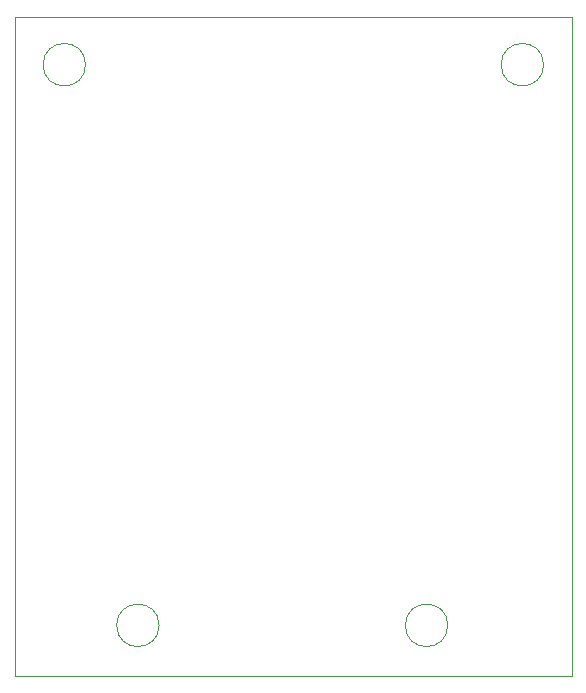
<source format=gm1>
G04 #@! TF.GenerationSoftware,KiCad,Pcbnew,7.0.1*
G04 #@! TF.CreationDate,2023-08-25T12:02:58+10:00*
G04 #@! TF.ProjectId,firetruck controller,66697265-7472-4756-936b-20636f6e7472,rev?*
G04 #@! TF.SameCoordinates,Original*
G04 #@! TF.FileFunction,Profile,NP*
%FSLAX46Y46*%
G04 Gerber Fmt 4.6, Leading zero omitted, Abs format (unit mm)*
G04 Created by KiCad (PCBNEW 7.0.1) date 2023-08-25 12:02:58*
%MOMM*%
%LPD*%
G01*
G04 APERTURE LIST*
G04 #@! TA.AperFunction,Profile*
%ADD10C,0.100000*%
G04 #@! TD*
G04 APERTURE END LIST*
D10*
X204950000Y-75160000D02*
G75*
G03*
X204950000Y-75160000I-1800000J0D01*
G01*
X223090000Y-79440000D02*
X233480000Y-79440000D01*
X223090000Y-79440000D02*
X209750000Y-79440000D01*
X233480000Y-79440000D02*
X239910000Y-79440000D01*
X192710000Y-23660000D02*
X192710000Y-79440000D01*
X198720000Y-27690000D02*
G75*
G03*
X198720000Y-27690000I-1800000J0D01*
G01*
X208950000Y-23660000D02*
X192710000Y-23660000D01*
X197260000Y-79440000D02*
X192710000Y-79440000D01*
X239290000Y-23660000D02*
X239910000Y-23660000D01*
X237500000Y-27690000D02*
G75*
G03*
X237500000Y-27690000I-1800000J0D01*
G01*
X239910000Y-23660000D02*
X239910000Y-79440000D01*
X209750000Y-79440000D02*
X197260000Y-79440000D01*
X208950000Y-23660000D02*
X239290000Y-23660000D01*
X229390000Y-75160000D02*
G75*
G03*
X229390000Y-75160000I-1800000J0D01*
G01*
M02*

</source>
